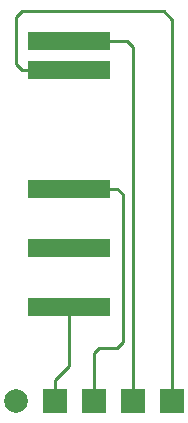
<source format=gbr>
G04 #@! TF.GenerationSoftware,KiCad,Pcbnew,(5.0.0)*
G04 #@! TF.CreationDate,2019-03-20T16:29:36+03:00*
G04 #@! TF.ProjectId,__________ 2_419__293__11__,1F354035453E343D383A20321C343139,rev?*
G04 #@! TF.SameCoordinates,Original*
G04 #@! TF.FileFunction,Copper,L1,Top,Signal*
G04 #@! TF.FilePolarity,Positive*
%FSLAX46Y46*%
G04 Gerber Fmt 4.6, Leading zero omitted, Abs format (unit mm)*
G04 Created by KiCad (PCBNEW (5.0.0)) date 03/20/19 16:29:36*
%MOMM*%
%LPD*%
G01*
G04 APERTURE LIST*
G04 #@! TA.AperFunction,SMDPad,CuDef*
%ADD10R,7.000000X1.500000*%
G04 #@! TD*
G04 #@! TA.AperFunction,ComponentPad*
%ADD11R,2.000000X2.000000*%
G04 #@! TD*
G04 #@! TA.AperFunction,ComponentPad*
%ADD12C,2.000000*%
G04 #@! TD*
G04 #@! TA.AperFunction,Conductor*
%ADD13C,0.250000*%
G04 #@! TD*
G04 APERTURE END LIST*
D10*
G04 #@! TO.P,DA2,11*
G04 #@! TO.N,Vcc*
X163500000Y-47500000D03*
G04 #@! TO.P,DA2,6*
G04 #@! TO.N,GND2*
X163500000Y-60000000D03*
G04 #@! TO.P,DA2,4*
G04 #@! TO.N,N/C*
X163500000Y-65000000D03*
G04 #@! TO.P,DA2,2*
G04 #@! TO.N,Vcc2*
X163500000Y-70000000D03*
G04 #@! TO.P,DA2,10*
G04 #@! TO.N,GND*
X163500000Y-50000000D03*
G04 #@! TD*
D11*
G04 #@! TO.P,DA1,5*
G04 #@! TO.N,GND*
X172200000Y-78000000D03*
G04 #@! TO.P,DA1,4*
G04 #@! TO.N,Vcc*
X168900000Y-78000000D03*
G04 #@! TO.P,DA1,3*
G04 #@! TO.N,GND2*
X165600000Y-78000000D03*
G04 #@! TO.P,DA1,2*
G04 #@! TO.N,Vcc2*
X162300000Y-78000000D03*
D12*
G04 #@! TO.P,DA1,1*
G04 #@! TO.N,N/C*
X159000000Y-78000000D03*
G04 #@! TD*
D13*
G04 #@! TO.N,Vcc*
X168400000Y-47500000D02*
X168900000Y-48000000D01*
X163500000Y-47500000D02*
X168400000Y-47500000D01*
X168900000Y-48000000D02*
X168900000Y-78000000D01*
G04 #@! TO.N,GND*
X172200000Y-78000000D02*
X172200000Y-45700000D01*
X172200000Y-45700000D02*
X171500000Y-45000000D01*
X171500000Y-45000000D02*
X159500000Y-45000000D01*
X159500000Y-45000000D02*
X159000000Y-45500000D01*
X159000000Y-45500000D02*
X159000000Y-49500000D01*
X159000000Y-49500000D02*
X159500000Y-50000000D01*
X159500000Y-50000000D02*
X163500000Y-50000000D01*
G04 #@! TO.N,GND2*
X167500000Y-60000000D02*
X163500000Y-60000000D01*
X165600000Y-78000000D02*
X165600000Y-73900000D01*
X165600000Y-73900000D02*
X166000000Y-73500000D01*
X166000000Y-73500000D02*
X167500000Y-73500000D01*
X167500000Y-73500000D02*
X168000000Y-73000000D01*
X168000000Y-73000000D02*
X168000000Y-60500000D01*
X168000000Y-60500000D02*
X167500000Y-60000000D01*
G04 #@! TO.N,Vcc2*
X162300000Y-78000000D02*
X162300000Y-76200000D01*
X163500000Y-75000000D02*
X163500000Y-70000000D01*
X162300000Y-76200000D02*
X163500000Y-75000000D01*
G04 #@! TD*
M02*

</source>
